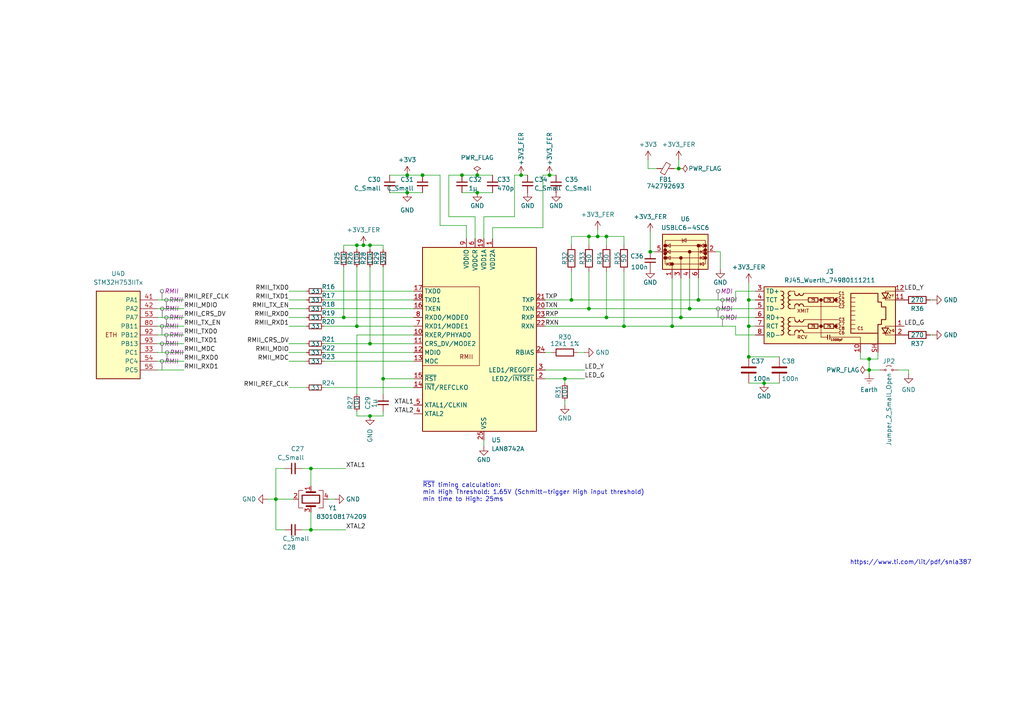
<source format=kicad_sch>
(kicad_sch
	(version 20231120)
	(generator "eeschema")
	(generator_version "8.0")
	(uuid "646f0ec7-69cc-4f42-8786-19ce68dbe63b")
	(paper "A4")
	
	(junction
		(at 196.85 48.895)
		(diameter 0)
		(color 0 0 0 0)
		(uuid "049ee6f0-edd9-4de9-9d41-d67b7d7371c4")
	)
	(junction
		(at 252.095 107.315)
		(diameter 0)
		(color 0 0 0 0)
		(uuid "0a4dc002-a1a1-4420-82d9-0f8650ef61be")
	)
	(junction
		(at 111.125 109.855)
		(diameter 0)
		(color 0 0 0 0)
		(uuid "0aeb24f3-d935-490b-b775-65b25b725630")
	)
	(junction
		(at 163.83 109.855)
		(diameter 0)
		(color 0 0 0 0)
		(uuid "1b0dfb70-1ae2-419b-8562-dfad3b9b2ec1")
	)
	(junction
		(at 103.505 94.615)
		(diameter 0)
		(color 0 0 0 0)
		(uuid "2035bcc3-7426-4bcb-8edc-fae5b3357d94")
	)
	(junction
		(at 151.13 50.8)
		(diameter 0)
		(color 0 0 0 0)
		(uuid "2647d42f-9872-4cd1-b370-3dd4abad0ecf")
	)
	(junction
		(at 202.565 86.995)
		(diameter 0)
		(color 0 0 0 0)
		(uuid "31b34c5c-feb7-4343-a199-c34c4443428d")
	)
	(junction
		(at 180.975 94.615)
		(diameter 0)
		(color 0 0 0 0)
		(uuid "365a1506-233c-4ff0-95cc-7f7a59db9742")
	)
	(junction
		(at 107.315 120.65)
		(diameter 0)
		(color 0 0 0 0)
		(uuid "3caa55c8-7e53-48bf-9414-1076f45003e0")
	)
	(junction
		(at 194.945 94.615)
		(diameter 0)
		(color 0 0 0 0)
		(uuid "4369633a-7c55-4b23-8849-c208281a6526")
	)
	(junction
		(at 105.41 71.12)
		(diameter 0)
		(color 0 0 0 0)
		(uuid "4563f12f-6c71-486f-bec4-dc93e0f0bdd0")
	)
	(junction
		(at 165.735 86.995)
		(diameter 0)
		(color 0 0 0 0)
		(uuid "463d78f6-9a6e-4f37-93c6-b49793c12db1")
	)
	(junction
		(at 118.11 55.88)
		(diameter 0)
		(color 0 0 0 0)
		(uuid "4bf41199-004c-45e6-afd5-495ee1701c9b")
	)
	(junction
		(at 159.385 50.8)
		(diameter 0)
		(color 0 0 0 0)
		(uuid "4d300525-7eec-4176-997d-066554a55c5b")
	)
	(junction
		(at 221.615 111.125)
		(diameter 0)
		(color 0 0 0 0)
		(uuid "5f43df96-af99-4f70-af0c-81c21162083a")
	)
	(junction
		(at 217.17 86.995)
		(diameter 0)
		(color 0 0 0 0)
		(uuid "608c3ba2-14a8-4f9c-8522-bde368058f20")
	)
	(junction
		(at 80.01 144.78)
		(diameter 0)
		(color 0 0 0 0)
		(uuid "787f373f-9e88-4948-aee8-3d2848b59e9a")
	)
	(junction
		(at 175.895 92.075)
		(diameter 0)
		(color 0 0 0 0)
		(uuid "7fe16ac2-7ca3-4751-a581-5dcb8a6c92fd")
	)
	(junction
		(at 200.025 89.535)
		(diameter 0)
		(color 0 0 0 0)
		(uuid "9475dafa-ebc7-4881-a820-06306bb84810")
	)
	(junction
		(at 217.17 103.505)
		(diameter 0)
		(color 0 0 0 0)
		(uuid "9beb3c46-0a2f-4454-ac89-62302ac3b4b6")
	)
	(junction
		(at 99.695 92.075)
		(diameter 0)
		(color 0 0 0 0)
		(uuid "a19ea777-a0c8-4300-8c9c-2eff811d80a8")
	)
	(junction
		(at 173.355 68.58)
		(diameter 0)
		(color 0 0 0 0)
		(uuid "aae18f9d-4e04-46ce-b266-d0e944fa6fe0")
	)
	(junction
		(at 103.505 71.12)
		(diameter 0)
		(color 0 0 0 0)
		(uuid "abafef1c-2e60-46e4-a8ae-5d7767c8353f")
	)
	(junction
		(at 90.17 135.89)
		(diameter 0)
		(color 0 0 0 0)
		(uuid "aebe97b2-90e8-4de5-ae36-1e13702e691f")
	)
	(junction
		(at 217.17 94.615)
		(diameter 0)
		(color 0 0 0 0)
		(uuid "b9cce664-a30d-45fa-9a00-8b22b82def88")
	)
	(junction
		(at 170.815 89.535)
		(diameter 0)
		(color 0 0 0 0)
		(uuid "c3700580-2003-4b1e-b1bb-6f518b3b860f")
	)
	(junction
		(at 107.315 71.12)
		(diameter 0)
		(color 0 0 0 0)
		(uuid "c8b15e7b-5ed9-416a-93dc-b2a461b3b216")
	)
	(junction
		(at 107.315 99.695)
		(diameter 0)
		(color 0 0 0 0)
		(uuid "d39b6d90-3daf-408a-85ef-31f5d5d58189")
	)
	(junction
		(at 170.815 68.58)
		(diameter 0)
		(color 0 0 0 0)
		(uuid "dbd60596-381e-4027-a0e0-5a70fa2bfffb")
	)
	(junction
		(at 118.11 50.8)
		(diameter 0)
		(color 0 0 0 0)
		(uuid "e18b112c-1c1f-4eb5-a9e5-ee22a43b638c")
	)
	(junction
		(at 197.485 92.075)
		(diameter 0)
		(color 0 0 0 0)
		(uuid "e4de4d00-0894-47cf-b7f6-1c71ac9dd439")
	)
	(junction
		(at 175.895 68.58)
		(diameter 0)
		(color 0 0 0 0)
		(uuid "e67fad01-e732-47db-8c6b-05e5527967e6")
	)
	(junction
		(at 138.43 50.8)
		(diameter 0)
		(color 0 0 0 0)
		(uuid "eb5b30ac-37b3-4752-9ec5-cabbd714e075")
	)
	(junction
		(at 188.595 73.025)
		(diameter 0)
		(color 0 0 0 0)
		(uuid "f00bcc62-17d4-4f90-8f03-15fd4a6927a5")
	)
	(junction
		(at 90.17 153.67)
		(diameter 0)
		(color 0 0 0 0)
		(uuid "f671a679-fe35-4bcb-8fc5-8cfb555ede48")
	)
	(junction
		(at 138.43 55.88)
		(diameter 0)
		(color 0 0 0 0)
		(uuid "f7882165-b142-422f-b8b9-e7dd0618ad3f")
	)
	(junction
		(at 133.985 50.8)
		(diameter 0)
		(color 0 0 0 0)
		(uuid "f8fde5d8-42bd-473d-8f11-6dac1d9074ab")
	)
	(junction
		(at 122.555 50.8)
		(diameter 0)
		(color 0 0 0 0)
		(uuid "fd3d56cb-5792-4948-87e2-9e094dd849b5")
	)
	(junction
		(at 252.095 104.14)
		(diameter 0)
		(color 0 0 0 0)
		(uuid "fe636ced-f702-4712-8005-0b89218216b5")
	)
	(wire
		(pts
			(xy 217.17 111.125) (xy 221.615 111.125)
		)
		(stroke
			(width 0)
			(type default)
		)
		(uuid "00144ff2-1693-4af6-869b-7e0a6c94bd1c")
	)
	(wire
		(pts
			(xy 157.48 50.8) (xy 157.48 66.04)
		)
		(stroke
			(width 0)
			(type default)
		)
		(uuid "01affafa-6033-4662-b39b-b9bf66857308")
	)
	(wire
		(pts
			(xy 80.01 144.78) (xy 77.47 144.78)
		)
		(stroke
			(width 0)
			(type default)
		)
		(uuid "01ba70ec-75c3-48c2-bdc1-3082c9c1ff85")
	)
	(wire
		(pts
			(xy 263.525 108.585) (xy 263.525 107.315)
		)
		(stroke
			(width 0)
			(type default)
		)
		(uuid "06da63f1-7d48-4675-bf23-6154b3e6b7ac")
	)
	(wire
		(pts
			(xy 170.815 68.58) (xy 173.355 68.58)
		)
		(stroke
			(width 0)
			(type default)
		)
		(uuid "08911034-c627-4506-90df-866254fed377")
	)
	(wire
		(pts
			(xy 188.595 73.025) (xy 189.865 73.025)
		)
		(stroke
			(width 0)
			(type default)
		)
		(uuid "0af78097-134e-4eab-8e4d-2b17537b0a86")
	)
	(wire
		(pts
			(xy 103.505 71.12) (xy 103.505 72.39)
		)
		(stroke
			(width 0)
			(type default)
		)
		(uuid "0d4f2b73-4153-4178-a506-1e102a676c5a")
	)
	(wire
		(pts
			(xy 173.355 68.58) (xy 175.895 68.58)
		)
		(stroke
			(width 0)
			(type default)
		)
		(uuid "0fccca0a-4dda-4e18-8f4f-5693216504e8")
	)
	(wire
		(pts
			(xy 118.11 50.8) (xy 122.555 50.8)
		)
		(stroke
			(width 0)
			(type default)
		)
		(uuid "142354ed-9bf0-4114-ba7d-84b1d9257e05")
	)
	(wire
		(pts
			(xy 170.815 78.74) (xy 170.815 89.535)
		)
		(stroke
			(width 0)
			(type default)
		)
		(uuid "15301487-0332-4c24-87d6-9ebe513c5aa8")
	)
	(wire
		(pts
			(xy 180.975 78.74) (xy 180.975 94.615)
		)
		(stroke
			(width 0)
			(type default)
		)
		(uuid "16d55de7-d73b-4de9-a28a-2ad1512f7552")
	)
	(wire
		(pts
			(xy 173.355 66.675) (xy 173.355 68.58)
		)
		(stroke
			(width 0)
			(type default)
		)
		(uuid "20e0de63-6e19-4287-9b59-e7006fd03ea4")
	)
	(wire
		(pts
			(xy 165.735 71.12) (xy 165.735 68.58)
		)
		(stroke
			(width 0)
			(type default)
		)
		(uuid "2125a24a-c2df-4b5f-9ce4-1ba7ca1ac7f3")
	)
	(wire
		(pts
			(xy 217.17 94.615) (xy 219.075 94.615)
		)
		(stroke
			(width 0)
			(type default)
		)
		(uuid "220e8c9f-eddd-4d41-b867-0777ab93f49f")
	)
	(wire
		(pts
			(xy 45.72 92.075) (xy 53.34 92.075)
		)
		(stroke
			(width 0)
			(type default)
		)
		(uuid "23d2efb4-7bcc-48a4-909b-bbd3d05a2745")
	)
	(wire
		(pts
			(xy 158.115 94.615) (xy 180.975 94.615)
		)
		(stroke
			(width 0)
			(type default)
		)
		(uuid "2654fbbe-d5a5-49a7-96c1-e5d3d9cbd202")
	)
	(wire
		(pts
			(xy 103.505 97.155) (xy 103.505 114.3)
		)
		(stroke
			(width 0)
			(type default)
		)
		(uuid "26b370ea-f94a-4cc7-8796-34563f511ab4")
	)
	(wire
		(pts
			(xy 122.555 50.8) (xy 127.635 50.8)
		)
		(stroke
			(width 0)
			(type default)
		)
		(uuid "279ee345-a8ac-4a81-89cf-2abbd26670bf")
	)
	(wire
		(pts
			(xy 83.82 92.075) (xy 88.9 92.075)
		)
		(stroke
			(width 0)
			(type default)
		)
		(uuid "28e1c6e0-596e-45fc-a2ae-dfd4218dcc2b")
	)
	(wire
		(pts
			(xy 93.98 89.535) (xy 120.015 89.535)
		)
		(stroke
			(width 0)
			(type default)
		)
		(uuid "2908b5f3-1eb4-488d-b97d-e1d760736771")
	)
	(wire
		(pts
			(xy 127.635 65.405) (xy 135.255 65.405)
		)
		(stroke
			(width 0)
			(type default)
		)
		(uuid "29531760-dd99-46ec-b090-373b73def878")
	)
	(wire
		(pts
			(xy 93.98 92.075) (xy 99.695 92.075)
		)
		(stroke
			(width 0)
			(type default)
		)
		(uuid "2b2480a8-a9e9-4d94-a36d-49898046089b")
	)
	(wire
		(pts
			(xy 45.72 104.775) (xy 53.34 104.775)
		)
		(stroke
			(width 0)
			(type default)
		)
		(uuid "2d1889fb-b78d-46bc-9b9f-a77d13ac50da")
	)
	(wire
		(pts
			(xy 149.225 62.865) (xy 140.335 62.865)
		)
		(stroke
			(width 0)
			(type default)
		)
		(uuid "2da8ee30-603c-4699-bd2a-d6150ecec628")
	)
	(wire
		(pts
			(xy 45.72 102.235) (xy 53.34 102.235)
		)
		(stroke
			(width 0)
			(type default)
		)
		(uuid "2fcd5923-5415-4aa0-b1b2-2572d5169ef0")
	)
	(wire
		(pts
			(xy 213.36 97.155) (xy 213.36 94.615)
		)
		(stroke
			(width 0)
			(type default)
		)
		(uuid "303ec749-b4df-4895-af78-935caf4ffa85")
	)
	(wire
		(pts
			(xy 249.555 102.235) (xy 249.555 104.14)
		)
		(stroke
			(width 0)
			(type default)
		)
		(uuid "339e1b2d-bb9b-420b-8721-d254f6400d5d")
	)
	(wire
		(pts
			(xy 83.82 102.235) (xy 88.9 102.235)
		)
		(stroke
			(width 0)
			(type default)
		)
		(uuid "34208d06-6624-45f4-8759-b98580b4cab6")
	)
	(wire
		(pts
			(xy 93.98 102.235) (xy 120.015 102.235)
		)
		(stroke
			(width 0)
			(type default)
		)
		(uuid "35e81548-5ac8-467a-a178-4c0ac688ccd6")
	)
	(wire
		(pts
			(xy 83.82 94.615) (xy 88.9 94.615)
		)
		(stroke
			(width 0)
			(type default)
		)
		(uuid "3a18ed65-3736-42ee-a19e-d4fe4e0db912")
	)
	(wire
		(pts
			(xy 130.175 50.8) (xy 130.175 62.865)
		)
		(stroke
			(width 0)
			(type default)
		)
		(uuid "429cc455-908c-4731-9f3e-59cdf1306dda")
	)
	(wire
		(pts
			(xy 83.82 89.535) (xy 88.9 89.535)
		)
		(stroke
			(width 0)
			(type default)
		)
		(uuid "436c1e9b-5847-48e1-8461-50d0c76d4f4d")
	)
	(wire
		(pts
			(xy 163.83 109.855) (xy 158.115 109.855)
		)
		(stroke
			(width 0)
			(type default)
		)
		(uuid "43dae1d9-5de7-4a35-8a77-507e554c0068")
	)
	(wire
		(pts
			(xy 187.96 48.895) (xy 190.5 48.895)
		)
		(stroke
			(width 0)
			(type default)
		)
		(uuid "48a5b44a-d3cd-4119-adc8-7a67986557fb")
	)
	(wire
		(pts
			(xy 165.735 86.995) (xy 202.565 86.995)
		)
		(stroke
			(width 0)
			(type default)
		)
		(uuid "49a09884-c4f9-4fb9-af64-7c5e38ae0089")
	)
	(wire
		(pts
			(xy 175.895 92.075) (xy 197.485 92.075)
		)
		(stroke
			(width 0)
			(type default)
		)
		(uuid "4b7f8fc0-827f-4f00-b156-8f616aaebcf6")
	)
	(wire
		(pts
			(xy 194.945 94.615) (xy 213.36 94.615)
		)
		(stroke
			(width 0)
			(type default)
		)
		(uuid "4b84dd7b-806f-4ed2-9d62-df9122e4e6e6")
	)
	(wire
		(pts
			(xy 107.315 77.47) (xy 107.315 99.695)
		)
		(stroke
			(width 0)
			(type default)
		)
		(uuid "4bc5c759-75f0-40ef-a141-a41cb1f491fc")
	)
	(wire
		(pts
			(xy 175.895 78.74) (xy 175.895 92.075)
		)
		(stroke
			(width 0)
			(type default)
		)
		(uuid "4d5374fe-a43a-4c9b-b414-195fc28fb9b7")
	)
	(wire
		(pts
			(xy 111.125 72.39) (xy 111.125 71.12)
		)
		(stroke
			(width 0)
			(type default)
		)
		(uuid "4dff4e67-cad5-4f92-98a5-4953a8dd4e56")
	)
	(wire
		(pts
			(xy 82.55 153.67) (xy 80.01 153.67)
		)
		(stroke
			(width 0)
			(type default)
		)
		(uuid "4e385c0d-88cc-48c9-a4b5-aefeda986768")
	)
	(wire
		(pts
			(xy 133.985 55.88) (xy 138.43 55.88)
		)
		(stroke
			(width 0)
			(type default)
		)
		(uuid "522a4a19-7f4a-411b-b5a1-ed8003c0efd3")
	)
	(wire
		(pts
			(xy 83.82 86.995) (xy 88.9 86.995)
		)
		(stroke
			(width 0)
			(type default)
		)
		(uuid "52bf19ae-217a-4d6e-9ab1-0d2ab2ccf89a")
	)
	(wire
		(pts
			(xy 270.51 86.995) (xy 269.875 86.995)
		)
		(stroke
			(width 0)
			(type default)
		)
		(uuid "55698565-bacc-4261-aa34-18d5c76ebd76")
	)
	(wire
		(pts
			(xy 83.82 84.455) (xy 88.9 84.455)
		)
		(stroke
			(width 0)
			(type default)
		)
		(uuid "5937e630-c0ef-452a-b08d-abca98131ba2")
	)
	(wire
		(pts
			(xy 45.72 89.535) (xy 53.34 89.535)
		)
		(stroke
			(width 0)
			(type default)
		)
		(uuid "5e24a51b-7d35-445e-a28a-0a7f428dde79")
	)
	(wire
		(pts
			(xy 95.25 144.78) (xy 97.155 144.78)
		)
		(stroke
			(width 0)
			(type default)
		)
		(uuid "61508d60-da4b-43b3-894f-9d6e19fa150a")
	)
	(wire
		(pts
			(xy 103.505 97.155) (xy 120.015 97.155)
		)
		(stroke
			(width 0)
			(type default)
		)
		(uuid "61b320ff-404a-46cc-a700-a316d6f91a6b")
	)
	(wire
		(pts
			(xy 187.96 46.355) (xy 187.96 48.895)
		)
		(stroke
			(width 0)
			(type default)
		)
		(uuid "61d58686-f4f3-4cd0-9e72-c6599e6e60e5")
	)
	(wire
		(pts
			(xy 202.565 80.645) (xy 202.565 86.995)
		)
		(stroke
			(width 0)
			(type default)
		)
		(uuid "62d3a61c-f94d-4ec5-ae3c-b6b037886d47")
	)
	(wire
		(pts
			(xy 163.83 109.855) (xy 163.83 111.125)
		)
		(stroke
			(width 0)
			(type default)
		)
		(uuid "674f085f-fb53-4729-8e44-4201119212aa")
	)
	(wire
		(pts
			(xy 130.175 50.8) (xy 133.985 50.8)
		)
		(stroke
			(width 0)
			(type default)
		)
		(uuid "68f2f386-eb02-421e-a7d1-2f8fbe6da36d")
	)
	(wire
		(pts
			(xy 113.03 50.8) (xy 118.11 50.8)
		)
		(stroke
			(width 0)
			(type default)
		)
		(uuid "68fb5c3d-f8f2-47a7-a0d0-a55e8c94480d")
	)
	(wire
		(pts
			(xy 213.36 84.455) (xy 219.075 84.455)
		)
		(stroke
			(width 0)
			(type default)
		)
		(uuid "6afcbffe-476b-4748-95fe-8ea452c242cd")
	)
	(wire
		(pts
			(xy 45.72 99.695) (xy 53.34 99.695)
		)
		(stroke
			(width 0)
			(type default)
		)
		(uuid "6b66700f-6440-4a98-9ea2-912876cb0c86")
	)
	(wire
		(pts
			(xy 252.095 107.315) (xy 255.27 107.315)
		)
		(stroke
			(width 0)
			(type default)
		)
		(uuid "6c6c5d66-4a78-43a2-ad9f-8471ed731a0b")
	)
	(wire
		(pts
			(xy 180.975 68.58) (xy 180.975 71.12)
		)
		(stroke
			(width 0)
			(type default)
		)
		(uuid "6c972cd1-4da0-4615-aed0-1b0e67e4768a")
	)
	(wire
		(pts
			(xy 219.075 86.995) (xy 217.17 86.995)
		)
		(stroke
			(width 0)
			(type default)
		)
		(uuid "6e785828-3fe3-4bff-b9a6-2ec11b609e3c")
	)
	(wire
		(pts
			(xy 93.98 104.775) (xy 120.015 104.775)
		)
		(stroke
			(width 0)
			(type default)
		)
		(uuid "70012f6e-429d-42e8-b068-535d4aff1b38")
	)
	(wire
		(pts
			(xy 103.505 71.12) (xy 105.41 71.12)
		)
		(stroke
			(width 0)
			(type default)
		)
		(uuid "7129da73-7193-432a-864d-9d42b90060be")
	)
	(wire
		(pts
			(xy 217.17 103.505) (xy 226.06 103.505)
		)
		(stroke
			(width 0)
			(type default)
		)
		(uuid "78aba207-eb8b-48e5-be39-c7b69e8a494c")
	)
	(wire
		(pts
			(xy 270.51 97.155) (xy 269.875 97.155)
		)
		(stroke
			(width 0)
			(type default)
		)
		(uuid "7bcc2f40-53e0-4560-bac4-206255dca4e5")
	)
	(wire
		(pts
			(xy 99.695 92.075) (xy 120.015 92.075)
		)
		(stroke
			(width 0)
			(type default)
		)
		(uuid "7c2481da-70c0-4909-862e-16149359c609")
	)
	(wire
		(pts
			(xy 133.985 50.8) (xy 138.43 50.8)
		)
		(stroke
			(width 0)
			(type default)
		)
		(uuid "7c97ce75-94c9-4b10-8262-850d8bbb3df6")
	)
	(wire
		(pts
			(xy 90.17 135.89) (xy 90.17 140.97)
		)
		(stroke
			(width 0)
			(type default)
		)
		(uuid "7ea64745-433b-4445-8340-fe5232f8e914")
	)
	(wire
		(pts
			(xy 93.98 112.395) (xy 120.015 112.395)
		)
		(stroke
			(width 0)
			(type default)
		)
		(uuid "7fbc9325-e968-4f74-9b93-5bd8d08d7e5f")
	)
	(wire
		(pts
			(xy 93.98 84.455) (xy 120.015 84.455)
		)
		(stroke
			(width 0)
			(type default)
		)
		(uuid "80a4a5ca-feda-453f-b37e-273cf993fdbe")
	)
	(wire
		(pts
			(xy 169.545 107.315) (xy 158.115 107.315)
		)
		(stroke
			(width 0)
			(type default)
		)
		(uuid "812ff3f7-f076-40b5-8856-3a597416b7eb")
	)
	(wire
		(pts
			(xy 208.915 78.105) (xy 208.915 73.025)
		)
		(stroke
			(width 0)
			(type default)
		)
		(uuid "83ea4a83-a30c-48bd-9175-53b0aa084a6a")
	)
	(wire
		(pts
			(xy 99.695 77.47) (xy 99.695 92.075)
		)
		(stroke
			(width 0)
			(type default)
		)
		(uuid "871fb53c-fd13-4b02-abc0-fe5e27b7b0a5")
	)
	(wire
		(pts
			(xy 158.115 89.535) (xy 170.815 89.535)
		)
		(stroke
			(width 0)
			(type default)
		)
		(uuid "8a403cb8-dfd3-4ae5-be0f-3761e62ab178")
	)
	(wire
		(pts
			(xy 83.82 99.695) (xy 88.9 99.695)
		)
		(stroke
			(width 0)
			(type default)
		)
		(uuid "8a5a1edd-b612-4278-ace6-d9a58e952d76")
	)
	(wire
		(pts
			(xy 103.505 94.615) (xy 120.015 94.615)
		)
		(stroke
			(width 0)
			(type default)
		)
		(uuid "8bc3e9a0-e3c7-4ab7-81fe-5f240abc8e28")
	)
	(wire
		(pts
			(xy 208.915 73.025) (xy 207.645 73.025)
		)
		(stroke
			(width 0)
			(type default)
		)
		(uuid "8c28dfd6-f055-4f0f-bfd7-60187e203c7b")
	)
	(wire
		(pts
			(xy 169.545 109.855) (xy 163.83 109.855)
		)
		(stroke
			(width 0)
			(type default)
		)
		(uuid "8ded6cc0-737a-4c89-89a1-f1139eb4cc8e")
	)
	(wire
		(pts
			(xy 83.82 104.775) (xy 88.9 104.775)
		)
		(stroke
			(width 0)
			(type default)
		)
		(uuid "8e0b8178-31de-48d9-b9c1-9458379f8036")
	)
	(wire
		(pts
			(xy 197.485 80.645) (xy 197.485 92.075)
		)
		(stroke
			(width 0)
			(type default)
		)
		(uuid "8e687512-2e02-42e9-aa27-bf833b5e8bdc")
	)
	(wire
		(pts
			(xy 165.735 78.74) (xy 165.735 86.995)
		)
		(stroke
			(width 0)
			(type default)
		)
		(uuid "91da2b26-22a0-4542-b2ee-931d057c3727")
	)
	(wire
		(pts
			(xy 90.17 153.67) (xy 87.63 153.67)
		)
		(stroke
			(width 0)
			(type default)
		)
		(uuid "92bf7c38-400d-49d1-ad9d-4d9a6ce02c7c")
	)
	(wire
		(pts
			(xy 217.17 81.915) (xy 217.17 86.995)
		)
		(stroke
			(width 0)
			(type default)
		)
		(uuid "94478a99-c3c4-4e4c-a495-d24168655c5f")
	)
	(wire
		(pts
			(xy 127.635 50.8) (xy 127.635 65.405)
		)
		(stroke
			(width 0)
			(type default)
		)
		(uuid "94a1c5ba-7c20-4a13-9b87-f0fa0e9f28df")
	)
	(wire
		(pts
			(xy 254.635 102.235) (xy 254.635 104.14)
		)
		(stroke
			(width 0)
			(type default)
		)
		(uuid "952da97a-927e-4ca1-baaf-7ff4a88abfb2")
	)
	(wire
		(pts
			(xy 200.025 80.645) (xy 200.025 89.535)
		)
		(stroke
			(width 0)
			(type default)
		)
		(uuid "9548ff77-0a4c-4549-9c8e-d0fd9f1e6a40")
	)
	(wire
		(pts
			(xy 252.095 104.14) (xy 254.635 104.14)
		)
		(stroke
			(width 0)
			(type default)
		)
		(uuid "97f110a7-551f-4025-aabc-dea7c2b7dcd7")
	)
	(wire
		(pts
			(xy 249.555 104.14) (xy 252.095 104.14)
		)
		(stroke
			(width 0)
			(type default)
		)
		(uuid "984cd56c-c49f-48f8-aa4b-f552714fdc23")
	)
	(wire
		(pts
			(xy 45.72 107.315) (xy 53.34 107.315)
		)
		(stroke
			(width 0)
			(type default)
		)
		(uuid "9885e643-76f4-43fa-bcbf-55ff7c90248a")
	)
	(wire
		(pts
			(xy 80.01 135.89) (xy 82.55 135.89)
		)
		(stroke
			(width 0)
			(type default)
		)
		(uuid "9b556e72-6b69-440e-8dd6-395eced69758")
	)
	(wire
		(pts
			(xy 260.35 107.315) (xy 263.525 107.315)
		)
		(stroke
			(width 0)
			(type default)
		)
		(uuid "9cf1c10b-b647-46e8-a76f-84bc75175116")
	)
	(wire
		(pts
			(xy 200.025 89.535) (xy 219.075 89.535)
		)
		(stroke
			(width 0)
			(type default)
		)
		(uuid "9d3da8a4-f830-4814-ae63-5a93f6e6f974")
	)
	(wire
		(pts
			(xy 83.82 112.395) (xy 88.9 112.395)
		)
		(stroke
			(width 0)
			(type default)
		)
		(uuid "9d47613c-b2e9-47d4-b847-783c0eecfe36")
	)
	(wire
		(pts
			(xy 80.01 144.78) (xy 85.09 144.78)
		)
		(stroke
			(width 0)
			(type default)
		)
		(uuid "9e328c0b-b8d0-44c3-9502-a376eb60c70f")
	)
	(wire
		(pts
			(xy 195.58 48.895) (xy 196.85 48.895)
		)
		(stroke
			(width 0)
			(type default)
		)
		(uuid "9f77652f-e7f9-4d2e-9fd8-b7fed4b023d7")
	)
	(wire
		(pts
			(xy 45.72 97.155) (xy 53.34 97.155)
		)
		(stroke
			(width 0)
			(type default)
		)
		(uuid "a15bffc4-03ec-4494-b211-30b28e55de7c")
	)
	(wire
		(pts
			(xy 159.385 50.8) (xy 161.29 50.8)
		)
		(stroke
			(width 0)
			(type default)
		)
		(uuid "a1b019fd-8deb-484b-9046-8f51a332eb08")
	)
	(wire
		(pts
			(xy 107.315 120.65) (xy 111.125 120.65)
		)
		(stroke
			(width 0)
			(type default)
		)
		(uuid "a217d090-1d38-4eee-829a-2cd8d5b17e1d")
	)
	(wire
		(pts
			(xy 100.33 135.89) (xy 90.17 135.89)
		)
		(stroke
			(width 0)
			(type default)
		)
		(uuid "a3ac8f3e-6ccb-4afa-b5be-fc8a54d1b5c3")
	)
	(wire
		(pts
			(xy 157.48 50.8) (xy 159.385 50.8)
		)
		(stroke
			(width 0)
			(type default)
		)
		(uuid "a6e42b82-5250-4794-aa1b-6a9d3cc2a740")
	)
	(wire
		(pts
			(xy 93.98 86.995) (xy 120.015 86.995)
		)
		(stroke
			(width 0)
			(type default)
		)
		(uuid "a7868e83-bfe3-479d-bf66-bb3b1a2e03db")
	)
	(wire
		(pts
			(xy 153.035 50.8) (xy 151.13 50.8)
		)
		(stroke
			(width 0)
			(type default)
		)
		(uuid "a78d45b3-6f4b-40c8-b675-b373cdf2db95")
	)
	(wire
		(pts
			(xy 80.01 144.78) (xy 80.01 135.89)
		)
		(stroke
			(width 0)
			(type default)
		)
		(uuid "a80f71b5-806b-448e-8d71-c0fa43b87a80")
	)
	(wire
		(pts
			(xy 157.48 66.04) (xy 142.875 66.04)
		)
		(stroke
			(width 0)
			(type default)
		)
		(uuid "aca29c85-595d-4868-bff2-7837dc83bbb1")
	)
	(wire
		(pts
			(xy 175.895 68.58) (xy 175.895 71.12)
		)
		(stroke
			(width 0)
			(type default)
		)
		(uuid "acfd7b76-16dc-49f2-a48a-5c7cd1ce04e7")
	)
	(wire
		(pts
			(xy 45.72 86.995) (xy 53.34 86.995)
		)
		(stroke
			(width 0)
			(type default)
		)
		(uuid "ad8abd60-dcfd-4719-84a8-2aa3bb4d78e2")
	)
	(wire
		(pts
			(xy 100.33 153.67) (xy 90.17 153.67)
		)
		(stroke
			(width 0)
			(type default)
		)
		(uuid "adc8bd2c-37d6-4047-8788-f3094fbc5d11")
	)
	(wire
		(pts
			(xy 103.505 77.47) (xy 103.505 94.615)
		)
		(stroke
			(width 0)
			(type default)
		)
		(uuid "b147d74c-0249-49e5-ba86-6d63126ec931")
	)
	(wire
		(pts
			(xy 140.335 127.635) (xy 140.335 129.54)
		)
		(stroke
			(width 0)
			(type default)
		)
		(uuid "b15c7db4-bbd8-467f-ada9-e6ccec227f53")
	)
	(wire
		(pts
			(xy 217.17 94.615) (xy 217.17 103.505)
		)
		(stroke
			(width 0)
			(type default)
		)
		(uuid "b3b6295f-3bd7-4cb7-8d2f-5eb061c3ec6f")
	)
	(wire
		(pts
			(xy 196.85 46.355) (xy 196.85 48.895)
		)
		(stroke
			(width 0)
			(type default)
		)
		(uuid "b3eb0eee-b544-43cc-ac14-ef786a2e8e70")
	)
	(wire
		(pts
			(xy 45.72 94.615) (xy 53.34 94.615)
		)
		(stroke
			(width 0)
			(type default)
		)
		(uuid "b659373f-abac-4095-91b7-3cd134be45d6")
	)
	(wire
		(pts
			(xy 103.505 120.65) (xy 107.315 120.65)
		)
		(stroke
			(width 0)
			(type default)
		)
		(uuid "b73903b7-494b-4637-8729-42a2bd00ff34")
	)
	(wire
		(pts
			(xy 135.255 65.405) (xy 135.255 69.215)
		)
		(stroke
			(width 0)
			(type default)
		)
		(uuid "b9e03fb6-2f0c-4279-b9d4-c71f9ecc5acc")
	)
	(wire
		(pts
			(xy 197.485 92.075) (xy 219.075 92.075)
		)
		(stroke
			(width 0)
			(type default)
		)
		(uuid "bba6544d-7714-4872-8583-92941f4db7f0")
	)
	(wire
		(pts
			(xy 221.615 111.125) (xy 226.06 111.125)
		)
		(stroke
			(width 0)
			(type default)
		)
		(uuid "bbbb2aa4-d452-4a66-bb98-5d058a59c6cb")
	)
	(wire
		(pts
			(xy 111.125 120.65) (xy 111.125 119.38)
		)
		(stroke
			(width 0)
			(type default)
		)
		(uuid "bc65dd97-6b27-46a0-a9b7-12090675e50e")
	)
	(wire
		(pts
			(xy 170.815 89.535) (xy 200.025 89.535)
		)
		(stroke
			(width 0)
			(type default)
		)
		(uuid "bd0553eb-77a6-4647-a4c3-297b942873da")
	)
	(wire
		(pts
			(xy 99.695 71.12) (xy 103.505 71.12)
		)
		(stroke
			(width 0)
			(type default)
		)
		(uuid "be79e75b-7ed4-4d49-a22c-57af6699a84b")
	)
	(wire
		(pts
			(xy 158.115 92.075) (xy 175.895 92.075)
		)
		(stroke
			(width 0)
			(type default)
		)
		(uuid "bea9ac0c-383b-43e8-bd7a-ed1b0184cb56")
	)
	(wire
		(pts
			(xy 163.83 116.205) (xy 163.83 117.475)
		)
		(stroke
			(width 0)
			(type default)
		)
		(uuid "bf9515c4-18eb-4e02-b1ea-e1efa3d812c6")
	)
	(wire
		(pts
			(xy 252.095 104.14) (xy 252.095 107.315)
		)
		(stroke
			(width 0)
			(type default)
		)
		(uuid "c00f1a19-9a24-4f94-a353-f0a3934af9f0")
	)
	(wire
		(pts
			(xy 194.945 80.645) (xy 194.945 94.615)
		)
		(stroke
			(width 0)
			(type default)
		)
		(uuid "c296004b-d4fc-4e63-abd8-d81f9db587bc")
	)
	(wire
		(pts
			(xy 160.02 102.235) (xy 158.115 102.235)
		)
		(stroke
			(width 0)
			(type default)
		)
		(uuid "c2a5f62a-48ec-4025-9c16-f41f634127df")
	)
	(wire
		(pts
			(xy 93.98 94.615) (xy 103.505 94.615)
		)
		(stroke
			(width 0)
			(type default)
		)
		(uuid "c4f9098d-65a2-45fb-a988-1643465e1e0a")
	)
	(wire
		(pts
			(xy 107.315 99.695) (xy 120.015 99.695)
		)
		(stroke
			(width 0)
			(type default)
		)
		(uuid "c50b4b23-93b6-4403-895a-1d659fd37072")
	)
	(wire
		(pts
			(xy 151.13 50.8) (xy 149.225 50.8)
		)
		(stroke
			(width 0)
			(type default)
		)
		(uuid "c53fef38-6ac5-421b-a1b6-5eebd9c4aea7")
	)
	(wire
		(pts
			(xy 99.695 72.39) (xy 99.695 71.12)
		)
		(stroke
			(width 0)
			(type default)
		)
		(uuid "c9abb0ee-9525-464f-8566-fa1f334bf4be")
	)
	(wire
		(pts
			(xy 165.735 86.995) (xy 158.115 86.995)
		)
		(stroke
			(width 0)
			(type default)
		)
		(uuid "cc6e4fa6-f53d-490b-8743-526a9100e71d")
	)
	(wire
		(pts
			(xy 188.595 67.31) (xy 188.595 73.025)
		)
		(stroke
			(width 0)
			(type default)
		)
		(uuid "cd10e510-1d6c-49af-97e6-ac8446a06643")
	)
	(wire
		(pts
			(xy 111.125 109.855) (xy 111.125 114.3)
		)
		(stroke
			(width 0)
			(type default)
		)
		(uuid "cd86c8f3-b5bc-42ac-9da9-c963d31692ac")
	)
	(wire
		(pts
			(xy 213.36 97.155) (xy 219.075 97.155)
		)
		(stroke
			(width 0)
			(type default)
		)
		(uuid "cdf3343a-e54a-48d4-a6b3-953fb3fa9220")
	)
	(wire
		(pts
			(xy 252.095 107.315) (xy 252.095 108.585)
		)
		(stroke
			(width 0)
			(type default)
		)
		(uuid "d0c6e02d-e1dd-4228-9250-0c868f09525e")
	)
	(wire
		(pts
			(xy 165.735 68.58) (xy 170.815 68.58)
		)
		(stroke
			(width 0)
			(type default)
		)
		(uuid "d1826d52-0eba-4306-9409-8f71d86591ce")
	)
	(wire
		(pts
			(xy 111.125 77.47) (xy 111.125 109.855)
		)
		(stroke
			(width 0)
			(type default)
		)
		(uuid "d2644571-80d5-4129-81fa-97523e1d52af")
	)
	(wire
		(pts
			(xy 103.505 119.38) (xy 103.505 120.65)
		)
		(stroke
			(width 0)
			(type default)
		)
		(uuid "d32a798a-2e1b-4535-8805-d7e5ea0eaae2")
	)
	(wire
		(pts
			(xy 137.795 62.865) (xy 137.795 69.215)
		)
		(stroke
			(width 0)
			(type default)
		)
		(uuid "d7719353-f0ae-4b86-8de9-287fbe617e2c")
	)
	(wire
		(pts
			(xy 80.01 153.67) (xy 80.01 144.78)
		)
		(stroke
			(width 0)
			(type default)
		)
		(uuid "d99d427d-7613-4dc3-975f-e7800535aed9")
	)
	(wire
		(pts
			(xy 111.125 109.855) (xy 120.015 109.855)
		)
		(stroke
			(width 0)
			(type default)
		)
		(uuid "dacf0e3f-18ef-4c5e-8bbc-d74e44e547ea")
	)
	(wire
		(pts
			(xy 130.175 62.865) (xy 137.795 62.865)
		)
		(stroke
			(width 0)
			(type default)
		)
		(uuid "db4fcfd2-aede-4844-ac04-0715279789dd")
	)
	(wire
		(pts
			(xy 217.17 86.995) (xy 217.17 94.615)
		)
		(stroke
			(width 0)
			(type default)
		)
		(uuid "dd18eb2c-730b-4e31-ae7a-f77b42140eed")
	)
	(wire
		(pts
			(xy 180.975 94.615) (xy 194.945 94.615)
		)
		(stroke
			(width 0)
			(type default)
		)
		(uuid "e155ea79-d884-4589-86ae-8bf43c64a009")
	)
	(wire
		(pts
			(xy 170.815 68.58) (xy 170.815 71.12)
		)
		(stroke
			(width 0)
			(type default)
		)
		(uuid "e50b5493-8d01-4a3e-887c-511eeba7286c")
	)
	(wire
		(pts
			(xy 107.315 71.12) (xy 107.315 72.39)
		)
		(stroke
			(width 0)
			(type default)
		)
		(uuid "e5eb505e-e779-4399-a8f9-e3921bbc7710")
	)
	(wire
		(pts
			(xy 118.11 55.88) (xy 122.555 55.88)
		)
		(stroke
			(width 0)
			(type default)
		)
		(uuid "e6305fd3-d2f8-4b1d-be6d-565464e30f52")
	)
	(wire
		(pts
			(xy 149.225 50.8) (xy 149.225 62.865)
		)
		(stroke
			(width 0)
			(type default)
		)
		(uuid "e7abd211-a126-4e86-8ac4-cd6f7b1d8db2")
	)
	(wire
		(pts
			(xy 175.895 68.58) (xy 180.975 68.58)
		)
		(stroke
			(width 0)
			(type default)
		)
		(uuid "e9739e40-1808-4fcf-b512-cf42ab4a7959")
	)
	(wire
		(pts
			(xy 87.63 135.89) (xy 90.17 135.89)
		)
		(stroke
			(width 0)
			(type default)
		)
		(uuid "ec87a965-a33e-4bb4-8d61-2d5e11d06920")
	)
	(wire
		(pts
			(xy 169.545 102.235) (xy 167.64 102.235)
		)
		(stroke
			(width 0)
			(type default)
		)
		(uuid "ee017901-6604-4033-9edb-84ee8341180e")
	)
	(wire
		(pts
			(xy 105.41 71.12) (xy 107.315 71.12)
		)
		(stroke
			(width 0)
			(type default)
		)
		(uuid "eecbef23-46b2-4aa9-8bef-65f283b4ddb7")
	)
	(wire
		(pts
			(xy 142.875 66.04) (xy 142.875 69.215)
		)
		(stroke
			(width 0)
			(type default)
		)
		(uuid "ef6e78f6-c7ec-4702-9f2f-afc339511181")
	)
	(wire
		(pts
			(xy 213.36 84.455) (xy 213.36 86.995)
		)
		(stroke
			(width 0)
			(type default)
		)
		(uuid "f046ebd9-0e75-4b81-b0e1-a29ab86d327a")
	)
	(wire
		(pts
			(xy 90.17 148.59) (xy 90.17 153.67)
		)
		(stroke
			(width 0)
			(type default)
		)
		(uuid "f0ad7163-6cf0-4dc0-8878-cd318ce0e966")
	)
	(wire
		(pts
			(xy 138.43 50.8) (xy 142.875 50.8)
		)
		(stroke
			(width 0)
			(type default)
		)
		(uuid "f23d3adc-604b-4fd1-8d73-2802a9086ee8")
	)
	(wire
		(pts
			(xy 93.98 99.695) (xy 107.315 99.695)
		)
		(stroke
			(width 0)
			(type default)
		)
		(uuid "f356096d-2687-4997-8b33-afe93c339623")
	)
	(wire
		(pts
			(xy 113.03 55.88) (xy 118.11 55.88)
		)
		(stroke
			(width 0)
			(type default)
		)
		(uuid "f4147115-69b5-4690-b520-4dc0896d7067")
	)
	(wire
		(pts
			(xy 111.125 71.12) (xy 107.315 71.12)
		)
		(stroke
			(width 0)
			(type default)
		)
		(uuid "f720fd59-61a1-409a-95ec-f86ffbe4a665")
	)
	(wire
		(pts
			(xy 138.43 55.88) (xy 142.875 55.88)
		)
		(stroke
			(width 0)
			(type default)
		)
		(uuid "fd0b2736-439e-4d04-8d91-08fda19dd721")
	)
	(wire
		(pts
			(xy 202.565 86.995) (xy 213.36 86.995)
		)
		(stroke
			(width 0)
			(type default)
		)
		(uuid "fd79d2dc-88de-46de-80ed-e7c3404d6f02")
	)
	(wire
		(pts
			(xy 140.335 62.865) (xy 140.335 69.215)
		)
		(stroke
			(width 0)
			(type default)
		)
		(uuid "fd9413b9-7e53-4c78-b960-1364993f86fe")
	)
	(text "https://www.ti.com/lit/pdf/snla387"
		(exclude_from_sim no)
		(at 264.16 163.195 0)
		(effects
			(font
				(size 1.27 1.27)
			)
		)
		(uuid "07355253-d57a-4889-91b8-64d92046556e")
	)
	(text "~{RST} timing calculation:\nmin High Threshold: 1.65V (Schmitt-trigger High input threshold)\nmin time to High: 25ms"
		(exclude_from_sim no)
		(at 122.555 142.875 0)
		(effects
			(font
				(size 1.27 1.27)
			)
			(justify left)
		)
		(uuid "647e5c24-9002-4bcb-9253-b89a1429e58f")
	)
	(label "RMII_REF_CLK"
		
... [105398 chars truncated]
</source>
